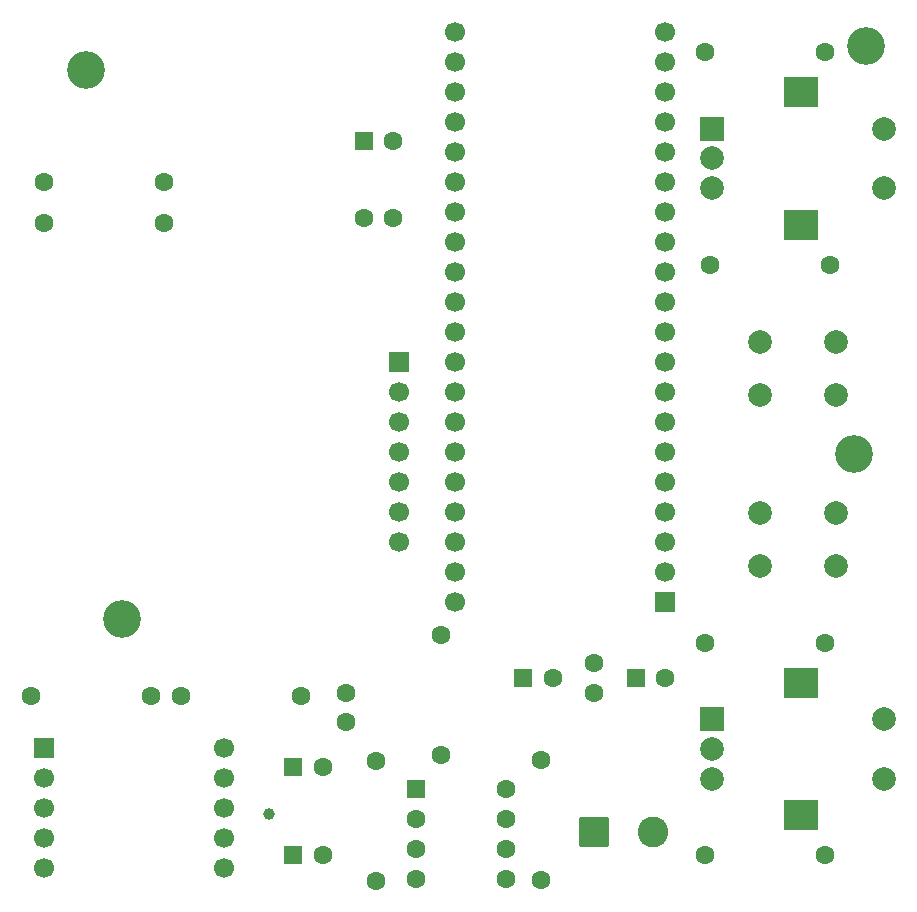
<source format=gbr>
%TF.GenerationSoftware,KiCad,Pcbnew,9.0.2*%
%TF.CreationDate,2025-07-11T11:45:56-07:00*%
%TF.ProjectId,Radio,52616469-6f2e-46b6-9963-61645f706362,1*%
%TF.SameCoordinates,Original*%
%TF.FileFunction,Soldermask,Top*%
%TF.FilePolarity,Negative*%
%FSLAX46Y46*%
G04 Gerber Fmt 4.6, Leading zero omitted, Abs format (unit mm)*
G04 Created by KiCad (PCBNEW 9.0.2) date 2025-07-11 11:45:56*
%MOMM*%
%LPD*%
G01*
G04 APERTURE LIST*
G04 Aperture macros list*
%AMRoundRect*
0 Rectangle with rounded corners*
0 $1 Rounding radius*
0 $2 $3 $4 $5 $6 $7 $8 $9 X,Y pos of 4 corners*
0 Add a 4 corners polygon primitive as box body*
4,1,4,$2,$3,$4,$5,$6,$7,$8,$9,$2,$3,0*
0 Add four circle primitives for the rounded corners*
1,1,$1+$1,$2,$3*
1,1,$1+$1,$4,$5*
1,1,$1+$1,$6,$7*
1,1,$1+$1,$8,$9*
0 Add four rect primitives between the rounded corners*
20,1,$1+$1,$2,$3,$4,$5,0*
20,1,$1+$1,$4,$5,$6,$7,0*
20,1,$1+$1,$6,$7,$8,$9,0*
20,1,$1+$1,$8,$9,$2,$3,0*%
G04 Aperture macros list end*
%ADD10C,3.200000*%
%ADD11RoundRect,0.250000X-0.550000X-0.550000X0.550000X-0.550000X0.550000X0.550000X-0.550000X0.550000X0*%
%ADD12C,1.600000*%
%ADD13RoundRect,0.250000X-1.050000X-1.050000X1.050000X-1.050000X1.050000X1.050000X-1.050000X1.050000X0*%
%ADD14C,2.600000*%
%ADD15C,2.000000*%
%ADD16C,1.000000*%
%ADD17R,1.700000X1.700000*%
%ADD18C,1.700000*%
%ADD19R,2.000000X2.000000*%
%ADD20R,3.000000X2.500000*%
G04 APERTURE END LIST*
D10*
%TO.C,REF\u002A\u002A*%
X192000000Y-58000000D03*
%TD*%
%TO.C,REF\u002A\u002A*%
X129000000Y-106500000D03*
%TD*%
%TO.C,REF\u002A\u002A*%
X191000000Y-92500000D03*
%TD*%
%TO.C,REF\u002A\u002A*%
X126000000Y-60000000D03*
%TD*%
D11*
%TO.C,C2*%
X172500000Y-111500000D03*
D12*
X175000000Y-111500000D03*
%TD*%
D13*
%TO.C,LS1*%
X169000000Y-124500000D03*
D14*
X174000000Y-124500000D03*
%TD*%
D12*
%TO.C,Rpullup1*%
X131500000Y-113000000D03*
X121340000Y-113000000D03*
%TD*%
%TO.C,R4*%
X122420000Y-69500000D03*
X132580000Y-69500000D03*
%TD*%
D11*
%TO.C,C4*%
X143500000Y-119000000D03*
D12*
X146000000Y-119000000D03*
%TD*%
%TO.C,R2*%
X164500000Y-128580000D03*
X164500000Y-118420000D03*
%TD*%
D15*
%TO.C,SW3*%
X183000000Y-97500000D03*
X189500000Y-97500000D03*
X183000000Y-102000000D03*
X189500000Y-102000000D03*
%TD*%
D12*
%TO.C,R5*%
X122420000Y-73000000D03*
X132580000Y-73000000D03*
%TD*%
%TO.C,R6*%
X188580000Y-108500000D03*
X178420000Y-108500000D03*
%TD*%
%TO.C,R1*%
X156000000Y-118000000D03*
X156000000Y-107840000D03*
%TD*%
%TO.C,C7*%
X149500000Y-72500000D03*
X152000000Y-72500000D03*
%TD*%
D16*
%TO.C,AE1*%
X141500000Y-123000000D03*
%TD*%
D17*
%TO.C,U2*%
X122380000Y-117420000D03*
D18*
X122380000Y-119960000D03*
X122380000Y-122500000D03*
X122380000Y-125040000D03*
X122380000Y-127580000D03*
X137620000Y-127580000D03*
X137620000Y-125040000D03*
X137620000Y-122500000D03*
X137620000Y-119960000D03*
X137620000Y-117420000D03*
%TD*%
D12*
%TO.C,Rpullup2*%
X144160000Y-113000000D03*
X134000000Y-113000000D03*
%TD*%
D11*
%TO.C,U1*%
X153880000Y-120880000D03*
D12*
X153880000Y-123420000D03*
X153880000Y-125960000D03*
X153880000Y-128500000D03*
X161500000Y-128500000D03*
X161500000Y-125960000D03*
X161500000Y-123420000D03*
X161500000Y-120880000D03*
%TD*%
%TO.C,C5*%
X148000000Y-115250000D03*
X148000000Y-112750000D03*
%TD*%
D19*
%TO.C,SW2*%
X179000000Y-65000000D03*
D15*
X179000000Y-70000000D03*
X179000000Y-67500000D03*
D20*
X186500000Y-61900000D03*
X186500000Y-73100000D03*
D15*
X193500000Y-65000000D03*
X193500000Y-70000000D03*
%TD*%
D17*
%TO.C,DISP1*%
X152500000Y-84760000D03*
D18*
X152500000Y-87300000D03*
X152500000Y-89840000D03*
X152500000Y-92380000D03*
X152500000Y-94920000D03*
X152500000Y-97460000D03*
X152500000Y-100000000D03*
%TD*%
D11*
%TO.C,C6*%
X143500000Y-126500000D03*
D12*
X146000000Y-126500000D03*
%TD*%
%TO.C,R9*%
X189000000Y-76500000D03*
X178840000Y-76500000D03*
%TD*%
D17*
%TO.C,A1*%
X175000000Y-105020000D03*
D18*
X175000000Y-102480000D03*
X175000000Y-99940000D03*
X175000000Y-97400000D03*
X175000000Y-94860000D03*
X175000000Y-92320000D03*
X175000000Y-89780000D03*
X175000000Y-87240000D03*
X175000000Y-84700000D03*
X175000000Y-82160000D03*
X175000000Y-79620000D03*
X175000000Y-77080000D03*
X175000000Y-74540000D03*
X175000000Y-72000000D03*
X175000000Y-69460000D03*
X175000000Y-66920000D03*
X175000000Y-64380000D03*
X175000000Y-61840000D03*
X175000000Y-59300000D03*
X175000000Y-56760000D03*
X157220000Y-56760000D03*
X157220000Y-59300000D03*
X157220000Y-61840000D03*
X157220000Y-64380000D03*
X157220000Y-66920000D03*
X157220000Y-69460000D03*
X157220000Y-72000000D03*
X157220000Y-74540000D03*
X157220000Y-77080000D03*
X157220000Y-79620000D03*
X157220000Y-82160000D03*
X157220000Y-84700000D03*
X157220000Y-87240000D03*
X157220000Y-89780000D03*
X157220000Y-92320000D03*
X157220000Y-94860000D03*
X157220000Y-97400000D03*
X157220000Y-99940000D03*
X157220000Y-102480000D03*
X157220000Y-105020000D03*
%TD*%
D11*
%TO.C,C1*%
X163000000Y-111500000D03*
D12*
X165500000Y-111500000D03*
%TD*%
%TO.C,R3*%
X150500000Y-128660000D03*
X150500000Y-118500000D03*
%TD*%
D15*
%TO.C,SW4*%
X183000000Y-83000000D03*
X189500000Y-83000000D03*
X183000000Y-87500000D03*
X189500000Y-87500000D03*
%TD*%
D12*
%TO.C,R7*%
X188500000Y-126500000D03*
X178340000Y-126500000D03*
%TD*%
D19*
%TO.C,SW1*%
X179000000Y-115000000D03*
D15*
X179000000Y-120000000D03*
X179000000Y-117500000D03*
D20*
X186500000Y-111900000D03*
X186500000Y-123100000D03*
D15*
X193500000Y-115000000D03*
X193500000Y-120000000D03*
%TD*%
D12*
%TO.C,R8*%
X188580000Y-58500000D03*
X178420000Y-58500000D03*
%TD*%
D11*
%TO.C,C8*%
X149500000Y-66000000D03*
D12*
X152000000Y-66000000D03*
%TD*%
%TO.C,C3*%
X169000000Y-112750000D03*
X169000000Y-110250000D03*
%TD*%
M02*

</source>
